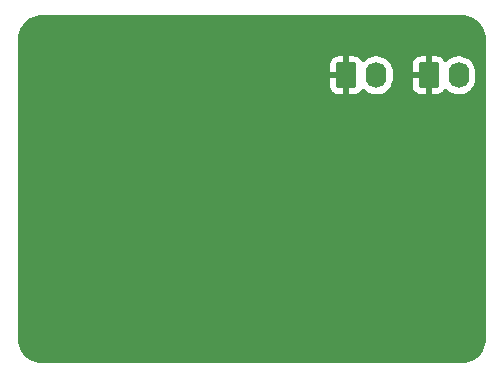
<source format=gbr>
%TF.GenerationSoftware,KiCad,Pcbnew,(6.0.0-rc2-14-ga17a58203b)*%
%TF.CreationDate,2022-06-07T22:02:49+08:00*%
%TF.ProjectId,StepDown_DCDC,53746570-446f-4776-9e5f-444344432e6b,rev?*%
%TF.SameCoordinates,Original*%
%TF.FileFunction,Copper,L2,Bot*%
%TF.FilePolarity,Positive*%
%FSLAX46Y46*%
G04 Gerber Fmt 4.6, Leading zero omitted, Abs format (unit mm)*
G04 Created by KiCad (PCBNEW (6.0.0-rc2-14-ga17a58203b)) date 2022-06-07 22:02:49*
%MOMM*%
%LPD*%
G01*
G04 APERTURE LIST*
G04 Aperture macros list*
%AMRoundRect*
0 Rectangle with rounded corners*
0 $1 Rounding radius*
0 $2 $3 $4 $5 $6 $7 $8 $9 X,Y pos of 4 corners*
0 Add a 4 corners polygon primitive as box body*
4,1,4,$2,$3,$4,$5,$6,$7,$8,$9,$2,$3,0*
0 Add four circle primitives for the rounded corners*
1,1,$1+$1,$2,$3*
1,1,$1+$1,$4,$5*
1,1,$1+$1,$6,$7*
1,1,$1+$1,$8,$9*
0 Add four rect primitives between the rounded corners*
20,1,$1+$1,$2,$3,$4,$5,0*
20,1,$1+$1,$4,$5,$6,$7,0*
20,1,$1+$1,$6,$7,$8,$9,0*
20,1,$1+$1,$8,$9,$2,$3,0*%
G04 Aperture macros list end*
%TA.AperFunction,ComponentPad*%
%ADD10RoundRect,0.250000X-0.620000X-0.845000X0.620000X-0.845000X0.620000X0.845000X-0.620000X0.845000X0*%
%TD*%
%TA.AperFunction,ComponentPad*%
%ADD11O,1.740000X2.190000*%
%TD*%
%TA.AperFunction,ViaPad*%
%ADD12C,1.000000*%
%TD*%
G04 APERTURE END LIST*
D10*
%TO.P,J1,1,Pin_1*%
%TO.N,GND*%
X84201000Y-69108000D03*
D11*
%TO.P,J1,2,Pin_2*%
%TO.N,+12V*%
X86741000Y-69108000D03*
%TD*%
D10*
%TO.P,J2,1,Pin_1*%
%TO.N,GND*%
X91186000Y-69108000D03*
D11*
%TO.P,J2,2,Pin_2*%
%TO.N,+5V*%
X93726000Y-69108000D03*
%TD*%
D12*
%TO.N,GND*%
X75946000Y-75184000D03*
X75438000Y-87630000D03*
X89154000Y-88392000D03*
X89916000Y-76390000D03*
X71374000Y-75184000D03*
X75438000Y-89154000D03*
X71374000Y-67310000D03*
X62230000Y-69850000D03*
X85852000Y-76390000D03*
X75946000Y-67310000D03*
X75946000Y-71374000D03*
X80518000Y-67310000D03*
X80518000Y-75184000D03*
X66294000Y-69850000D03*
X71374000Y-71374000D03*
X80518000Y-71374000D03*
%TD*%
%TA.AperFunction,Conductor*%
%TO.N,GND*%
G36*
X93950057Y-64009500D02*
G01*
X93964858Y-64011805D01*
X93964861Y-64011805D01*
X93973730Y-64013186D01*
X93989999Y-64011059D01*
X94014567Y-64010266D01*
X94236985Y-64024844D01*
X94253326Y-64026995D01*
X94497824Y-64075629D01*
X94513743Y-64079895D01*
X94749790Y-64160022D01*
X94765017Y-64166329D01*
X94988592Y-64276584D01*
X95002865Y-64284825D01*
X95210133Y-64423316D01*
X95223206Y-64433346D01*
X95223209Y-64433348D01*
X95223210Y-64433349D01*
X95410632Y-64597714D01*
X95422286Y-64609368D01*
X95586651Y-64796790D01*
X95596684Y-64809867D01*
X95735175Y-65017135D01*
X95743416Y-65031408D01*
X95853671Y-65254983D01*
X95859978Y-65270210D01*
X95940105Y-65506257D01*
X95944371Y-65522176D01*
X95993005Y-65766673D01*
X95995156Y-65783014D01*
X96009264Y-65998268D01*
X96008239Y-66021304D01*
X96008196Y-66024854D01*
X96006814Y-66033730D01*
X96008454Y-66046269D01*
X96010936Y-66065251D01*
X96012000Y-66081589D01*
X96012000Y-91390672D01*
X96010500Y-91410056D01*
X96006814Y-91433730D01*
X96008941Y-91449999D01*
X96009734Y-91474567D01*
X95995156Y-91696985D01*
X95993005Y-91713326D01*
X95944371Y-91957824D01*
X95940105Y-91973743D01*
X95859978Y-92209790D01*
X95853671Y-92225017D01*
X95743416Y-92448592D01*
X95735175Y-92462865D01*
X95596684Y-92670133D01*
X95586651Y-92683210D01*
X95422286Y-92870632D01*
X95410632Y-92882286D01*
X95223210Y-93046651D01*
X95210133Y-93056684D01*
X95002865Y-93195175D01*
X94988592Y-93203416D01*
X94765017Y-93313671D01*
X94749790Y-93319978D01*
X94513743Y-93400105D01*
X94497824Y-93404371D01*
X94253327Y-93453005D01*
X94236986Y-93455156D01*
X94021732Y-93469264D01*
X93998696Y-93468239D01*
X93995146Y-93468196D01*
X93986270Y-93466814D01*
X93957762Y-93470542D01*
X93954749Y-93470936D01*
X93938411Y-93472000D01*
X58469328Y-93472000D01*
X58449943Y-93470500D01*
X58435142Y-93468195D01*
X58435139Y-93468195D01*
X58426270Y-93466814D01*
X58410001Y-93468941D01*
X58385433Y-93469734D01*
X58163015Y-93455156D01*
X58146674Y-93453005D01*
X57902176Y-93404371D01*
X57886257Y-93400105D01*
X57650210Y-93319978D01*
X57634983Y-93313671D01*
X57411408Y-93203416D01*
X57397135Y-93195175D01*
X57189867Y-93056684D01*
X57176790Y-93046651D01*
X56989368Y-92882286D01*
X56977714Y-92870632D01*
X56813349Y-92683210D01*
X56803316Y-92670133D01*
X56664825Y-92462865D01*
X56656584Y-92448592D01*
X56546329Y-92225017D01*
X56540022Y-92209790D01*
X56459895Y-91973743D01*
X56455629Y-91957824D01*
X56406995Y-91713327D01*
X56404844Y-91696986D01*
X56390736Y-91481732D01*
X56391761Y-91458696D01*
X56391804Y-91455146D01*
X56393186Y-91446270D01*
X56389064Y-91414748D01*
X56388000Y-91398411D01*
X56388000Y-70000095D01*
X82823001Y-70000095D01*
X82823338Y-70006614D01*
X82833257Y-70102206D01*
X82836149Y-70115600D01*
X82887588Y-70269784D01*
X82893761Y-70282962D01*
X82979063Y-70420807D01*
X82988099Y-70432208D01*
X83102829Y-70546739D01*
X83114240Y-70555751D01*
X83252243Y-70640816D01*
X83265424Y-70646963D01*
X83419710Y-70698138D01*
X83433086Y-70701005D01*
X83527438Y-70710672D01*
X83533854Y-70711000D01*
X83928885Y-70711000D01*
X83944124Y-70706525D01*
X83945329Y-70705135D01*
X83947000Y-70697452D01*
X83947000Y-70692884D01*
X84455000Y-70692884D01*
X84459475Y-70708123D01*
X84460865Y-70709328D01*
X84468548Y-70710999D01*
X84868095Y-70710999D01*
X84874614Y-70710662D01*
X84970206Y-70700743D01*
X84983600Y-70697851D01*
X85137784Y-70646412D01*
X85150962Y-70640239D01*
X85288807Y-70554937D01*
X85300208Y-70545901D01*
X85414739Y-70431171D01*
X85423751Y-70419760D01*
X85512658Y-70275525D01*
X85514755Y-70276817D01*
X85553956Y-70232308D01*
X85622236Y-70212856D01*
X85690193Y-70233407D01*
X85712386Y-70251878D01*
X85824276Y-70369168D01*
X86011965Y-70508813D01*
X86016716Y-70511229D01*
X86016720Y-70511231D01*
X86131197Y-70569434D01*
X86220500Y-70614838D01*
X86443917Y-70684210D01*
X86449204Y-70684911D01*
X86449205Y-70684911D01*
X86670545Y-70714248D01*
X86670549Y-70714248D01*
X86675829Y-70714948D01*
X86681158Y-70714748D01*
X86681160Y-70714748D01*
X86792716Y-70710560D01*
X86909604Y-70706172D01*
X87021813Y-70682628D01*
X87133332Y-70659229D01*
X87133335Y-70659228D01*
X87138559Y-70658132D01*
X87356146Y-70572203D01*
X87465860Y-70505627D01*
X87551583Y-70453609D01*
X87551586Y-70453607D01*
X87556144Y-70450841D01*
X87732834Y-70297517D01*
X87881165Y-70116614D01*
X87947492Y-70000095D01*
X89808001Y-70000095D01*
X89808338Y-70006614D01*
X89818257Y-70102206D01*
X89821149Y-70115600D01*
X89872588Y-70269784D01*
X89878761Y-70282962D01*
X89964063Y-70420807D01*
X89973099Y-70432208D01*
X90087829Y-70546739D01*
X90099240Y-70555751D01*
X90237243Y-70640816D01*
X90250424Y-70646963D01*
X90404710Y-70698138D01*
X90418086Y-70701005D01*
X90512438Y-70710672D01*
X90518854Y-70711000D01*
X90913885Y-70711000D01*
X90929124Y-70706525D01*
X90930329Y-70705135D01*
X90932000Y-70697452D01*
X90932000Y-70692884D01*
X91440000Y-70692884D01*
X91444475Y-70708123D01*
X91445865Y-70709328D01*
X91453548Y-70710999D01*
X91853095Y-70710999D01*
X91859614Y-70710662D01*
X91955206Y-70700743D01*
X91968600Y-70697851D01*
X92122784Y-70646412D01*
X92135962Y-70640239D01*
X92273807Y-70554937D01*
X92285208Y-70545901D01*
X92399739Y-70431171D01*
X92408751Y-70419760D01*
X92497658Y-70275525D01*
X92499755Y-70276817D01*
X92538956Y-70232308D01*
X92607236Y-70212856D01*
X92675193Y-70233407D01*
X92697386Y-70251878D01*
X92809276Y-70369168D01*
X92996965Y-70508813D01*
X93001716Y-70511229D01*
X93001720Y-70511231D01*
X93116197Y-70569434D01*
X93205500Y-70614838D01*
X93428917Y-70684210D01*
X93434204Y-70684911D01*
X93434205Y-70684911D01*
X93655545Y-70714248D01*
X93655549Y-70714248D01*
X93660829Y-70714948D01*
X93666158Y-70714748D01*
X93666160Y-70714748D01*
X93777716Y-70710560D01*
X93894604Y-70706172D01*
X94006813Y-70682628D01*
X94118332Y-70659229D01*
X94118335Y-70659228D01*
X94123559Y-70658132D01*
X94341146Y-70572203D01*
X94450860Y-70505627D01*
X94536583Y-70453609D01*
X94536586Y-70453607D01*
X94541144Y-70450841D01*
X94717834Y-70297517D01*
X94866165Y-70116614D01*
X94981896Y-69913305D01*
X95061716Y-69693404D01*
X95103344Y-69463197D01*
X95104500Y-69438684D01*
X95104500Y-68824262D01*
X95089705Y-68649898D01*
X95030933Y-68423460D01*
X94976533Y-68302695D01*
X94937045Y-68215036D01*
X94934850Y-68210163D01*
X94804202Y-68016104D01*
X94642724Y-67846832D01*
X94455035Y-67707187D01*
X94450284Y-67704771D01*
X94450280Y-67704769D01*
X94251256Y-67603580D01*
X94251255Y-67603580D01*
X94246500Y-67601162D01*
X94023083Y-67531790D01*
X94017796Y-67531089D01*
X94017795Y-67531089D01*
X93796455Y-67501752D01*
X93796451Y-67501752D01*
X93791171Y-67501052D01*
X93785842Y-67501252D01*
X93785840Y-67501252D01*
X93674283Y-67505440D01*
X93557396Y-67509828D01*
X93473411Y-67527450D01*
X93333668Y-67556771D01*
X93333665Y-67556772D01*
X93328441Y-67557868D01*
X93110854Y-67643797D01*
X93106290Y-67646566D01*
X93106291Y-67646566D01*
X92915417Y-67762391D01*
X92915414Y-67762393D01*
X92910856Y-67765159D01*
X92734166Y-67918483D01*
X92730778Y-67922615D01*
X92703239Y-67956201D01*
X92644579Y-67996196D01*
X92573609Y-67998127D01*
X92512861Y-67961383D01*
X92497780Y-67938843D01*
X92497094Y-67939268D01*
X92407937Y-67795193D01*
X92398901Y-67783792D01*
X92284171Y-67669261D01*
X92272760Y-67660249D01*
X92134757Y-67575184D01*
X92121576Y-67569037D01*
X91967290Y-67517862D01*
X91953914Y-67514995D01*
X91859562Y-67505328D01*
X91853145Y-67505000D01*
X91458115Y-67505000D01*
X91442876Y-67509475D01*
X91441671Y-67510865D01*
X91440000Y-67518548D01*
X91440000Y-70692884D01*
X90932000Y-70692884D01*
X90932000Y-69380115D01*
X90927525Y-69364876D01*
X90926135Y-69363671D01*
X90918452Y-69362000D01*
X89826116Y-69362000D01*
X89810877Y-69366475D01*
X89809672Y-69367865D01*
X89808001Y-69375548D01*
X89808001Y-70000095D01*
X87947492Y-70000095D01*
X87996896Y-69913305D01*
X88076716Y-69693404D01*
X88118344Y-69463197D01*
X88119500Y-69438684D01*
X88119500Y-68835885D01*
X89808000Y-68835885D01*
X89812475Y-68851124D01*
X89813865Y-68852329D01*
X89821548Y-68854000D01*
X90913885Y-68854000D01*
X90929124Y-68849525D01*
X90930329Y-68848135D01*
X90932000Y-68840452D01*
X90932000Y-67523116D01*
X90927525Y-67507877D01*
X90926135Y-67506672D01*
X90918452Y-67505001D01*
X90518905Y-67505001D01*
X90512386Y-67505338D01*
X90416794Y-67515257D01*
X90403400Y-67518149D01*
X90249216Y-67569588D01*
X90236038Y-67575761D01*
X90098193Y-67661063D01*
X90086792Y-67670099D01*
X89972261Y-67784829D01*
X89963249Y-67796240D01*
X89878184Y-67934243D01*
X89872037Y-67947424D01*
X89820862Y-68101710D01*
X89817995Y-68115086D01*
X89808328Y-68209438D01*
X89808000Y-68215855D01*
X89808000Y-68835885D01*
X88119500Y-68835885D01*
X88119500Y-68824262D01*
X88104705Y-68649898D01*
X88045933Y-68423460D01*
X87991533Y-68302695D01*
X87952045Y-68215036D01*
X87949850Y-68210163D01*
X87819202Y-68016104D01*
X87657724Y-67846832D01*
X87470035Y-67707187D01*
X87465284Y-67704771D01*
X87465280Y-67704769D01*
X87266256Y-67603580D01*
X87266255Y-67603580D01*
X87261500Y-67601162D01*
X87038083Y-67531790D01*
X87032796Y-67531089D01*
X87032795Y-67531089D01*
X86811455Y-67501752D01*
X86811451Y-67501752D01*
X86806171Y-67501052D01*
X86800842Y-67501252D01*
X86800840Y-67501252D01*
X86689283Y-67505440D01*
X86572396Y-67509828D01*
X86488411Y-67527450D01*
X86348668Y-67556771D01*
X86348665Y-67556772D01*
X86343441Y-67557868D01*
X86125854Y-67643797D01*
X86121290Y-67646566D01*
X86121291Y-67646566D01*
X85930417Y-67762391D01*
X85930414Y-67762393D01*
X85925856Y-67765159D01*
X85749166Y-67918483D01*
X85745778Y-67922615D01*
X85718239Y-67956201D01*
X85659579Y-67996196D01*
X85588609Y-67998127D01*
X85527861Y-67961383D01*
X85512780Y-67938843D01*
X85512094Y-67939268D01*
X85422937Y-67795193D01*
X85413901Y-67783792D01*
X85299171Y-67669261D01*
X85287760Y-67660249D01*
X85149757Y-67575184D01*
X85136576Y-67569037D01*
X84982290Y-67517862D01*
X84968914Y-67514995D01*
X84874562Y-67505328D01*
X84868145Y-67505000D01*
X84473115Y-67505000D01*
X84457876Y-67509475D01*
X84456671Y-67510865D01*
X84455000Y-67518548D01*
X84455000Y-70692884D01*
X83947000Y-70692884D01*
X83947000Y-69380115D01*
X83942525Y-69364876D01*
X83941135Y-69363671D01*
X83933452Y-69362000D01*
X82841116Y-69362000D01*
X82825877Y-69366475D01*
X82824672Y-69367865D01*
X82823001Y-69375548D01*
X82823001Y-70000095D01*
X56388000Y-70000095D01*
X56388000Y-68835885D01*
X82823000Y-68835885D01*
X82827475Y-68851124D01*
X82828865Y-68852329D01*
X82836548Y-68854000D01*
X83928885Y-68854000D01*
X83944124Y-68849525D01*
X83945329Y-68848135D01*
X83947000Y-68840452D01*
X83947000Y-67523116D01*
X83942525Y-67507877D01*
X83941135Y-67506672D01*
X83933452Y-67505001D01*
X83533905Y-67505001D01*
X83527386Y-67505338D01*
X83431794Y-67515257D01*
X83418400Y-67518149D01*
X83264216Y-67569588D01*
X83251038Y-67575761D01*
X83113193Y-67661063D01*
X83101792Y-67670099D01*
X82987261Y-67784829D01*
X82978249Y-67796240D01*
X82893184Y-67934243D01*
X82887037Y-67947424D01*
X82835862Y-68101710D01*
X82832995Y-68115086D01*
X82823328Y-68209438D01*
X82823000Y-68215855D01*
X82823000Y-68835885D01*
X56388000Y-68835885D01*
X56388000Y-66089321D01*
X56389500Y-66069936D01*
X56391804Y-66055141D01*
X56391804Y-66055138D01*
X56393185Y-66046269D01*
X56391058Y-66030000D01*
X56390265Y-66005432D01*
X56404843Y-65783014D01*
X56406994Y-65766673D01*
X56455628Y-65522175D01*
X56459894Y-65506256D01*
X56540021Y-65270209D01*
X56546328Y-65254982D01*
X56656583Y-65031407D01*
X56664824Y-65017134D01*
X56803315Y-64809866D01*
X56813345Y-64796793D01*
X56977713Y-64609367D01*
X56989367Y-64597713D01*
X57176789Y-64433348D01*
X57189866Y-64423315D01*
X57397134Y-64284824D01*
X57411407Y-64276583D01*
X57634982Y-64166328D01*
X57650209Y-64160021D01*
X57886256Y-64079894D01*
X57902175Y-64075628D01*
X58146672Y-64026994D01*
X58163013Y-64024843D01*
X58378267Y-64010735D01*
X58401303Y-64011760D01*
X58404855Y-64011803D01*
X58413729Y-64013185D01*
X58422631Y-64012021D01*
X58422634Y-64012021D01*
X58445243Y-64009064D01*
X58461581Y-64008000D01*
X93930672Y-64008000D01*
X93950057Y-64009500D01*
G37*
%TD.AperFunction*%
%TD*%
M02*

</source>
